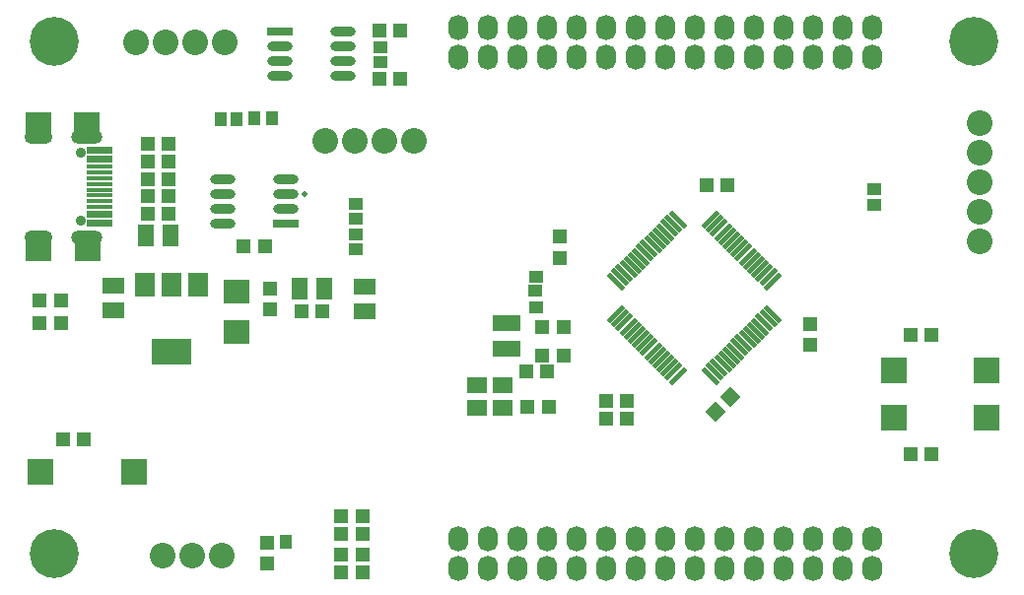
<source format=gts>
G04 Layer_Color=8388736*
%FSLAX44Y44*%
%MOMM*%
G71*
G01*
G75*
%ADD54R,0.9900X1.2400*%
%ADD55R,1.2400X0.9900*%
%ADD56R,0.9900X1.2400*%
%ADD57R,1.2032X1.2032*%
%ADD58R,2.2032X2.0032*%
%ADD59R,3.4032X2.2032*%
%ADD60R,1.7032X2.0032*%
%ADD61R,2.4032X1.4032*%
%ADD62R,1.7032X1.4032*%
G04:AMPARAMS|DCode=63|XSize=1.8032mm|YSize=0.4532mm|CornerRadius=0mm|HoleSize=0mm|Usage=FLASHONLY|Rotation=225.000|XOffset=0mm|YOffset=0mm|HoleType=Round|Shape=Rectangle|*
%AMROTATEDRECTD63*
4,1,4,0.4773,0.7978,0.7978,0.4773,-0.4773,-0.7978,-0.7978,-0.4773,0.4773,0.7978,0.0*
%
%ADD63ROTATEDRECTD63*%

G04:AMPARAMS|DCode=64|XSize=1.8032mm|YSize=0.4532mm|CornerRadius=0mm|HoleSize=0mm|Usage=FLASHONLY|Rotation=135.000|XOffset=0mm|YOffset=0mm|HoleType=Round|Shape=Rectangle|*
%AMROTATEDRECTD64*
4,1,4,0.7978,-0.4773,0.4773,-0.7978,-0.7978,0.4773,-0.4773,0.7978,0.7978,-0.4773,0.0*
%
%ADD64ROTATEDRECTD64*%

%ADD65R,2.2032X0.8032*%
%ADD66O,2.2032X0.8032*%
%ADD67R,2.2032X2.2032*%
%ADD68R,1.2032X1.2032*%
%ADD69R,1.4032X1.8332*%
%ADD70O,0.5032X0.4032*%
%ADD71O,0.4032X0.5032*%
%ADD72P,1.7016X4X90.0*%
%ADD73R,1.8332X1.4032*%
%ADD74R,2.2032X0.4532*%
%ADD75O,1.7032X2.2032*%
%ADD76C,2.2032*%
%ADD77C,4.2032*%
%ADD78C,0.9032*%
%ADD79O,2.7032X1.2032*%
%ADD80O,2.4032X1.2032*%
%ADD81C,0.5032*%
D54*
X228840Y40420D02*
D03*
D55*
X734661Y329678D02*
D03*
Y343648D02*
D03*
X443768Y256018D02*
D03*
X443831Y241794D02*
D03*
X443831Y268464D02*
D03*
X310549Y452896D02*
D03*
X288958Y330722D02*
D03*
Y318022D02*
D03*
Y291352D02*
D03*
Y304052D02*
D03*
X310549Y465596D02*
D03*
D56*
X173242Y403826D02*
D03*
X187212D02*
D03*
X201944Y404080D02*
D03*
X217184D02*
D03*
D57*
X110270Y382270D02*
D03*
X128240D02*
D03*
X783810Y218440D02*
D03*
X765840D02*
D03*
X783810Y115570D02*
D03*
X765840D02*
D03*
X294860Y62230D02*
D03*
X276890D02*
D03*
X309660Y438150D02*
D03*
X327630D02*
D03*
X309660Y480060D02*
D03*
X327630D02*
D03*
X294860Y13970D02*
D03*
X276890D02*
D03*
X35780Y228600D02*
D03*
X17810D02*
D03*
X260570Y238760D02*
D03*
X242600D02*
D03*
X128490Y322580D02*
D03*
X110520D02*
D03*
X128490Y367030D02*
D03*
X110520D02*
D03*
X128490Y351790D02*
D03*
X110520D02*
D03*
X128490Y337820D02*
D03*
X110520D02*
D03*
X276890Y46990D02*
D03*
X294860D02*
D03*
X276890Y29210D02*
D03*
X294860D02*
D03*
X17810Y247650D02*
D03*
X35780D02*
D03*
X467580Y200660D02*
D03*
X449610D02*
D03*
X467580Y224790D02*
D03*
X449610D02*
D03*
X37880Y128270D02*
D03*
X55850D02*
D03*
X454880Y156210D02*
D03*
X436910D02*
D03*
X453610Y186690D02*
D03*
X435640D02*
D03*
X608550Y346710D02*
D03*
X590580D02*
D03*
X503970Y146050D02*
D03*
X521940D02*
D03*
X503970Y161290D02*
D03*
X521940D02*
D03*
X211040Y294640D02*
D03*
X193070D02*
D03*
D58*
X187198Y220980D02*
D03*
Y255270D02*
D03*
X16334Y291830D02*
D03*
X58706D02*
D03*
X58134Y399090D02*
D03*
X16334D02*
D03*
D59*
X130810Y203410D02*
D03*
D60*
X153810Y261410D02*
D03*
X130810D02*
D03*
X107810D02*
D03*
D61*
X419190Y206170D02*
D03*
Y228170D02*
D03*
D62*
X415798Y155702D02*
D03*
Y175006D02*
D03*
X393192D02*
D03*
Y155702D02*
D03*
D63*
X647175Y264142D02*
D03*
X643640Y267678D02*
D03*
X640104Y271213D02*
D03*
X636569Y274749D02*
D03*
X633033Y278284D02*
D03*
X629497Y281820D02*
D03*
X625962Y285355D02*
D03*
X622426Y288891D02*
D03*
X618891Y292426D02*
D03*
X615355Y295962D02*
D03*
X611820Y299498D02*
D03*
X608284Y303033D02*
D03*
X604749Y306569D02*
D03*
X601213Y310104D02*
D03*
X597678Y313640D02*
D03*
X594142Y317175D02*
D03*
X565858Y182825D02*
D03*
X562322Y186360D02*
D03*
X558787Y189896D02*
D03*
X555251Y193431D02*
D03*
X551716Y196967D02*
D03*
X548180Y200502D02*
D03*
X544645Y204038D02*
D03*
X541109Y207574D02*
D03*
X537574Y211109D02*
D03*
X534038Y214645D02*
D03*
X530503Y218180D02*
D03*
X526967Y221716D02*
D03*
X523432Y225251D02*
D03*
X516360Y232322D02*
D03*
X519896Y228787D02*
D03*
X512825Y235858D02*
D03*
D64*
X565858Y317175D02*
D03*
X558787Y310104D02*
D03*
X562322Y313640D02*
D03*
X555251Y306569D02*
D03*
X551716Y303033D02*
D03*
X548180Y299498D02*
D03*
X544645Y295962D02*
D03*
X541109Y292426D02*
D03*
X537574Y288891D02*
D03*
X534038Y285355D02*
D03*
X530503Y281820D02*
D03*
X526967Y278284D02*
D03*
X523432Y274749D02*
D03*
X519896Y271213D02*
D03*
X516360Y267678D02*
D03*
X512825Y264142D02*
D03*
X647175Y235858D02*
D03*
X643640Y232322D02*
D03*
X640104Y228787D02*
D03*
X636569Y225251D02*
D03*
X633033Y221716D02*
D03*
X629497Y218180D02*
D03*
X625962Y214645D02*
D03*
X622426Y211109D02*
D03*
X618891Y207574D02*
D03*
X615355Y204038D02*
D03*
X611820Y200502D02*
D03*
X608284Y196967D02*
D03*
X604749Y193431D02*
D03*
X601213Y189896D02*
D03*
X597678Y186360D02*
D03*
X594142Y182825D02*
D03*
D65*
X224460Y478790D02*
D03*
X228930Y313690D02*
D03*
D66*
X224460Y466090D02*
D03*
Y453390D02*
D03*
Y440690D02*
D03*
X278460Y478790D02*
D03*
Y466090D02*
D03*
Y453390D02*
D03*
Y440690D02*
D03*
X228930Y326390D02*
D03*
Y339090D02*
D03*
Y351790D02*
D03*
X174930Y313690D02*
D03*
Y326390D02*
D03*
Y339090D02*
D03*
Y351790D02*
D03*
D67*
X18420Y100330D02*
D03*
X98420D02*
D03*
X751210Y187960D02*
D03*
X831210D02*
D03*
X751210Y147320D02*
D03*
X831210D02*
D03*
D68*
X213360Y39590D02*
D03*
Y21620D02*
D03*
X679450Y209330D02*
D03*
Y227300D02*
D03*
X464820Y302480D02*
D03*
Y284510D02*
D03*
X215900Y258030D02*
D03*
Y240060D02*
D03*
D69*
X261960Y257810D02*
D03*
X240960D02*
D03*
X108880Y303530D02*
D03*
X129880D02*
D03*
D70*
X228854Y36474D02*
D03*
Y43942D02*
D03*
X173228Y407772D02*
D03*
Y400304D02*
D03*
X187198Y407772D02*
D03*
Y400304D02*
D03*
X201930Y408026D02*
D03*
Y400558D02*
D03*
X217170Y408026D02*
D03*
Y400558D02*
D03*
D71*
X738607Y329692D02*
D03*
X731140D02*
D03*
X738607Y343662D02*
D03*
X731140D02*
D03*
X447714Y256032D02*
D03*
X440246D02*
D03*
X447777Y241808D02*
D03*
X440309D02*
D03*
X447777Y268478D02*
D03*
X440309D02*
D03*
X306603Y452882D02*
D03*
X314071D02*
D03*
X285012Y330708D02*
D03*
X292481D02*
D03*
X285012Y318008D02*
D03*
X292481D02*
D03*
X285012Y291338D02*
D03*
X292481D02*
D03*
X285012Y304037D02*
D03*
X292481D02*
D03*
X306603Y465582D02*
D03*
X314071D02*
D03*
D72*
X598078Y152308D02*
D03*
X610785Y165015D02*
D03*
D73*
X297180Y238420D02*
D03*
Y259420D02*
D03*
X81280Y239690D02*
D03*
Y260690D02*
D03*
D74*
X69420Y375460D02*
D03*
Y367960D02*
D03*
Y362960D02*
D03*
Y352960D02*
D03*
Y337960D02*
D03*
Y322960D02*
D03*
Y327960D02*
D03*
Y315460D02*
D03*
Y312960D02*
D03*
Y320460D02*
D03*
Y332960D02*
D03*
Y342960D02*
D03*
Y347960D02*
D03*
Y357960D02*
D03*
Y370460D02*
D03*
Y377960D02*
D03*
D75*
X631190Y43180D02*
D03*
X605790D02*
D03*
X656590D02*
D03*
X580390D02*
D03*
X504190D02*
D03*
X529590D02*
D03*
X554990D02*
D03*
X453390D02*
D03*
X427990D02*
D03*
X402590D02*
D03*
X478790D02*
D03*
X377190D02*
D03*
X478790Y17780D02*
D03*
X377190D02*
D03*
X402590D02*
D03*
X427990D02*
D03*
X453390D02*
D03*
X554990D02*
D03*
X529590D02*
D03*
X504190D02*
D03*
X580390D02*
D03*
X656590D02*
D03*
X605790D02*
D03*
X631190D02*
D03*
X707390D02*
D03*
X681990D02*
D03*
X732790D02*
D03*
Y43180D02*
D03*
X681990D02*
D03*
X707390D02*
D03*
X631190Y482600D02*
D03*
X605790D02*
D03*
X656590D02*
D03*
X580390D02*
D03*
X504190D02*
D03*
X529590D02*
D03*
X554990D02*
D03*
X453390D02*
D03*
X427990D02*
D03*
X402590D02*
D03*
X478790D02*
D03*
X377190D02*
D03*
X478790Y457200D02*
D03*
X377190D02*
D03*
X402590D02*
D03*
X427990D02*
D03*
X453390D02*
D03*
X554990D02*
D03*
X529590D02*
D03*
X504190D02*
D03*
X580390D02*
D03*
X656590D02*
D03*
X605790D02*
D03*
X631190D02*
D03*
X707390D02*
D03*
X681990D02*
D03*
X732790D02*
D03*
Y482600D02*
D03*
X681990D02*
D03*
X707390D02*
D03*
D76*
X174244Y28448D02*
D03*
X148844D02*
D03*
X123444D02*
D03*
X825500Y400050D02*
D03*
Y298450D02*
D03*
Y323850D02*
D03*
Y349250D02*
D03*
Y374650D02*
D03*
X100330Y469900D02*
D03*
X125730D02*
D03*
X151130D02*
D03*
X176530D02*
D03*
X262890Y384810D02*
D03*
X288290D02*
D03*
X313690D02*
D03*
X339090D02*
D03*
D77*
X820000Y470000D02*
D03*
Y30000D02*
D03*
X30000D02*
D03*
Y470000D02*
D03*
D78*
X53420Y374360D02*
D03*
Y316560D02*
D03*
D79*
X58420Y388660D02*
D03*
Y302260D02*
D03*
D80*
X16620Y388660D02*
D03*
Y302260D02*
D03*
D81*
X245110Y339090D02*
D03*
M02*

</source>
